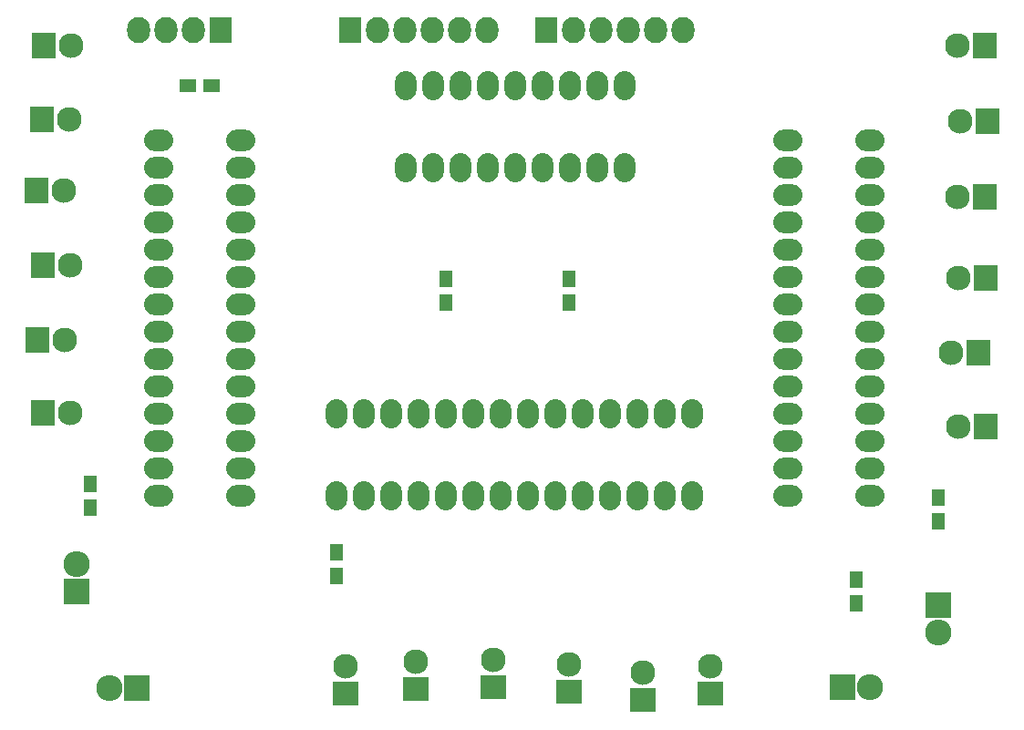
<source format=gts>
G04 #@! TF.FileFunction,Soldermask,Top*
%FSLAX46Y46*%
G04 Gerber Fmt 4.6, Leading zero omitted, Abs format (unit mm)*
G04 Created by KiCad (PCBNEW 4.0.2-stable) date 2016-07-18 1:59:09 PM*
%MOMM*%
G01*
G04 APERTURE LIST*
%ADD10C,0.050000*%
%ADD11R,2.127200X2.432000*%
%ADD12O,2.127200X2.432000*%
%ADD13R,2.300000X2.400000*%
%ADD14C,2.300000*%
%ADD15R,2.400000X2.300000*%
%ADD16R,2.432000X2.432000*%
%ADD17O,2.432000X2.432000*%
%ADD18O,2.700000X2.000000*%
%ADD19O,2.000000X2.700000*%
%ADD20R,1.300000X1.600000*%
%ADD21R,1.600000X1.300000*%
G04 APERTURE END LIST*
D10*
D11*
X113667381Y-34165000D03*
D12*
X111127381Y-34165000D03*
X108587381Y-34165000D03*
X106047381Y-34165000D03*
D13*
X97233000Y-35630001D03*
D14*
X99773000Y-35630001D03*
D13*
X96623000Y-49090001D03*
D14*
X99163000Y-49090001D03*
D13*
X97173000Y-56050001D03*
D14*
X99713000Y-56050001D03*
D13*
X96653000Y-62960001D03*
D14*
X99193000Y-62960001D03*
D13*
X97173000Y-69720001D03*
D14*
X99713000Y-69720001D03*
D15*
X125335001Y-95812000D03*
D14*
X125335001Y-93272000D03*
D15*
X131815001Y-95392000D03*
D14*
X131815001Y-92852000D03*
D15*
X139035001Y-95232000D03*
D14*
X139035001Y-92692000D03*
D15*
X146045001Y-95692000D03*
D14*
X146045001Y-93152000D03*
D15*
X152905001Y-96442000D03*
D14*
X152905001Y-93902000D03*
D15*
X159155001Y-95842000D03*
D14*
X159155001Y-93302000D03*
D13*
X97073000Y-42440001D03*
D14*
X99613000Y-42440001D03*
D13*
X184767000Y-71049999D03*
D14*
X182227000Y-71049999D03*
D13*
X184017000Y-64139999D03*
D14*
X181477000Y-64139999D03*
D13*
X184707000Y-57179999D03*
D14*
X182167000Y-57179999D03*
D13*
X184647000Y-49659999D03*
D14*
X182107000Y-49659999D03*
D13*
X184927000Y-42649999D03*
D14*
X182387000Y-42649999D03*
D13*
X184647000Y-35589999D03*
D14*
X182107000Y-35589999D03*
D16*
X180340000Y-87630000D03*
D17*
X180340000Y-90170000D03*
D18*
X107950000Y-44450000D03*
X107950000Y-46990000D03*
X107950000Y-49530000D03*
X107950000Y-52070000D03*
X107950000Y-54610000D03*
X107950000Y-57150000D03*
X107950000Y-59690000D03*
X107950000Y-62230000D03*
X107950000Y-64770000D03*
X107950000Y-67310000D03*
X107950000Y-69850000D03*
X107950000Y-72390000D03*
X107950000Y-74930000D03*
X107950000Y-77470000D03*
X115570000Y-77470000D03*
X115570000Y-74930000D03*
X115570000Y-72390000D03*
X115570000Y-69850000D03*
X115570000Y-67310000D03*
X115570000Y-64770000D03*
X115570000Y-62230000D03*
X115570000Y-59690000D03*
X115570000Y-57150000D03*
X115570000Y-54610000D03*
X115570000Y-52070000D03*
X115570000Y-49530000D03*
X115570000Y-46990000D03*
X115570000Y-44450000D03*
D19*
X124460000Y-77470000D03*
X127000000Y-77470000D03*
X129540000Y-77470000D03*
X132080000Y-77470000D03*
X134620000Y-77470000D03*
X137160000Y-77470000D03*
X139700000Y-77470000D03*
X142240000Y-77470000D03*
X144780000Y-77470000D03*
X147320000Y-77470000D03*
X149860000Y-77470000D03*
X152400000Y-77470000D03*
X154940000Y-77470000D03*
X157480000Y-77470000D03*
X157480000Y-69850000D03*
X154940000Y-69850000D03*
X152400000Y-69850000D03*
X149860000Y-69850000D03*
X147320000Y-69850000D03*
X144780000Y-69850000D03*
X142240000Y-69850000D03*
X139700000Y-69850000D03*
X137160000Y-69850000D03*
X134620000Y-69850000D03*
X132080000Y-69850000D03*
X129540000Y-69850000D03*
X127000000Y-69850000D03*
X124460000Y-69850000D03*
D18*
X173990000Y-77470000D03*
X173990000Y-74930000D03*
X173990000Y-72390000D03*
X173990000Y-69850000D03*
X173990000Y-67310000D03*
X173990000Y-64770000D03*
X173990000Y-62230000D03*
X173990000Y-59690000D03*
X173990000Y-57150000D03*
X173990000Y-54610000D03*
X173990000Y-52070000D03*
X173990000Y-49530000D03*
X173990000Y-46990000D03*
X173990000Y-44450000D03*
X166370000Y-44450000D03*
X166370000Y-46990000D03*
X166370000Y-49530000D03*
X166370000Y-52070000D03*
X166370000Y-54610000D03*
X166370000Y-57150000D03*
X166370000Y-59690000D03*
X166370000Y-62230000D03*
X166370000Y-64770000D03*
X166370000Y-67310000D03*
X166370000Y-69850000D03*
X166370000Y-72390000D03*
X166370000Y-74930000D03*
X166370000Y-77470000D03*
D16*
X100330000Y-86360000D03*
D17*
X100330000Y-83820000D03*
D16*
X105938333Y-95285000D03*
D17*
X103398333Y-95285000D03*
D11*
X125718333Y-34165000D03*
D12*
X128258333Y-34165000D03*
X130798333Y-34165000D03*
X133338333Y-34165000D03*
X135878333Y-34165000D03*
X138418333Y-34165000D03*
D11*
X143898333Y-34165000D03*
D12*
X146438333Y-34165000D03*
X148978333Y-34165000D03*
X151518333Y-34165000D03*
X154058333Y-34165000D03*
X156598333Y-34165000D03*
D20*
X101600000Y-76370000D03*
X101600000Y-78570000D03*
D21*
X112860000Y-39370000D03*
X110660000Y-39370000D03*
D20*
X124460000Y-84920000D03*
X124460000Y-82720000D03*
X180340000Y-77640000D03*
X180340000Y-79840000D03*
X172720000Y-85260000D03*
X172720000Y-87460000D03*
X134620000Y-57320000D03*
X134620000Y-59520000D03*
X146050000Y-59520000D03*
X146050000Y-57320000D03*
D16*
X171450000Y-95250000D03*
D17*
X173990000Y-95250000D03*
D19*
X130897857Y-46985000D03*
X133437857Y-46985000D03*
X135977857Y-46985000D03*
X138517857Y-46985000D03*
X141057857Y-46985000D03*
X143597857Y-46985000D03*
X146137857Y-46985000D03*
X148677857Y-46985000D03*
X151217857Y-46985000D03*
X151217857Y-39365000D03*
X148677857Y-39365000D03*
X146137857Y-39365000D03*
X143597857Y-39365000D03*
X141057857Y-39365000D03*
X138517857Y-39365000D03*
X135977857Y-39365000D03*
X133437857Y-39365000D03*
X130897857Y-39365000D03*
M02*

</source>
